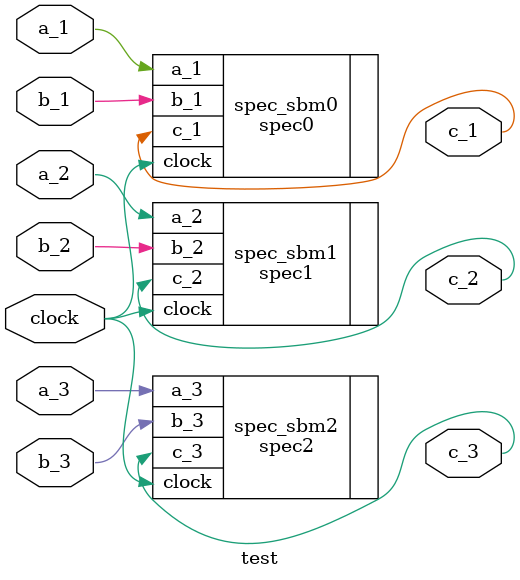
<source format=v>






module test(clock,a_1,b_1,a_2,b_2,a_3,b_3,c_1,c_2,c_3);
input clock,a_1,b_1,a_2,b_2,a_3,b_3;
output c_1,c_2,c_3;

spec0 spec_sbm0(.clock(clock), .a_1(a_1), .b_1(b_1), .c_1(c_1));
spec1 spec_sbm1(.clock(clock), .a_2(a_2), .b_2(b_2), .c_2(c_2));
spec2 spec_sbm2(.clock(clock), .a_3(a_3), .b_3(b_3), .c_3(c_3));

endmodule

</source>
